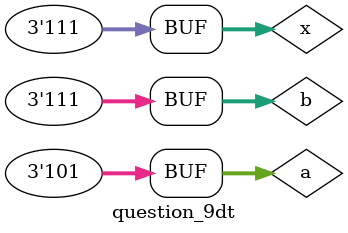
<source format=v>
`timescale 1ns / 1ps


module question_9dt();
reg [2:0]a,b;
reg [2:0]x;

initial begin

a=3'd5;
b=3'b111;
x= a | b;
end
endmodule

</source>
